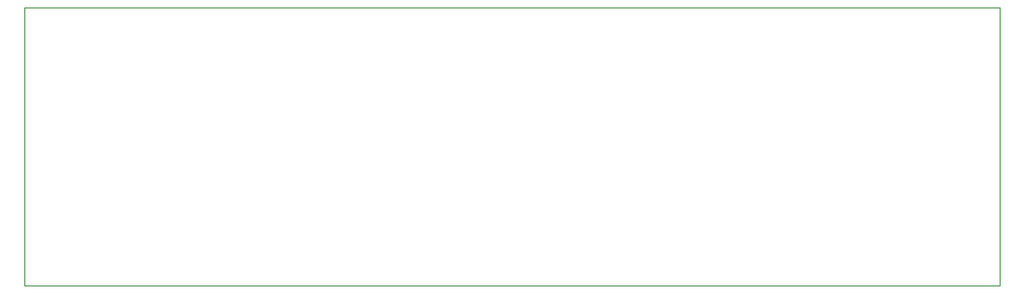
<source format=gbr>
%TF.GenerationSoftware,KiCad,Pcbnew,9.0.6*%
%TF.CreationDate,2026-01-12T08:11:24-05:00*%
%TF.ProjectId,clock,636c6f63-6b2e-46b6-9963-61645f706362,rev?*%
%TF.SameCoordinates,Original*%
%TF.FileFunction,Profile,NP*%
%FSLAX46Y46*%
G04 Gerber Fmt 4.6, Leading zero omitted, Abs format (unit mm)*
G04 Created by KiCad (PCBNEW 9.0.6) date 2026-01-12 08:11:24*
%MOMM*%
%LPD*%
G01*
G04 APERTURE LIST*
%TA.AperFunction,Profile*%
%ADD10C,0.050000*%
%TD*%
G04 APERTURE END LIST*
D10*
X81900000Y-100000000D02*
X170000000Y-100000000D01*
X170000000Y-125200000D01*
X81900000Y-125200000D01*
X81900000Y-100000000D01*
M02*

</source>
